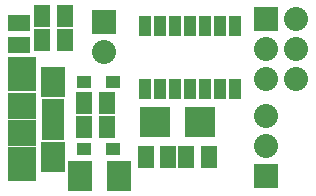
<source format=gts>
G04 (created by PCBNEW-RS274X (2012-apr-16-27)-stable) date Sun 19 Jan 2014 08:01:09 PM CET*
G01*
G70*
G90*
%MOIN*%
G04 Gerber Fmt 3.4, Leading zero omitted, Abs format*
%FSLAX34Y34*%
G04 APERTURE LIST*
%ADD10C,0.006000*%
%ADD11R,0.080000X0.100000*%
%ADD12R,0.080000X0.080000*%
%ADD13C,0.080000*%
%ADD14R,0.051500X0.043600*%
%ADD15R,0.040000X0.065000*%
%ADD16R,0.075000X0.055000*%
%ADD17R,0.055000X0.075000*%
%ADD18R,0.073100X0.035700*%
%ADD19R,0.079100X0.102700*%
%ADD20R,0.094800X0.114500*%
%ADD21R,0.094800X0.090900*%
%ADD22R,0.102700X0.102700*%
G04 APERTURE END LIST*
G54D10*
G54D11*
X25750Y-30950D03*
X27050Y-30950D03*
G54D12*
X31950Y-30950D03*
G54D13*
X31950Y-29950D03*
X31950Y-28950D03*
G54D14*
X25858Y-27800D03*
X26842Y-27800D03*
X25858Y-30050D03*
X26842Y-30050D03*
G54D15*
X27900Y-28050D03*
X28400Y-28050D03*
X28900Y-28050D03*
X29400Y-28050D03*
X29900Y-28050D03*
X30400Y-28050D03*
X30900Y-28050D03*
X30900Y-25950D03*
X30400Y-25950D03*
X29900Y-25950D03*
X29400Y-25950D03*
X28900Y-25950D03*
X28400Y-25950D03*
X27900Y-25950D03*
G54D16*
X23700Y-25825D03*
X23700Y-26575D03*
G54D17*
X25225Y-26400D03*
X24475Y-26400D03*
X25225Y-25600D03*
X24475Y-25600D03*
G54D12*
X31950Y-25700D03*
G54D13*
X32950Y-25700D03*
X31950Y-26700D03*
X32950Y-26700D03*
X31950Y-27700D03*
X32950Y-27700D03*
G54D12*
X26550Y-25800D03*
G54D13*
X26550Y-26800D03*
G54D17*
X29275Y-30300D03*
X30025Y-30300D03*
X28675Y-30300D03*
X27925Y-30300D03*
X26625Y-29300D03*
X25875Y-29300D03*
X26625Y-28500D03*
X25875Y-28500D03*
G54D18*
X24850Y-29050D03*
X24850Y-28794D03*
X24850Y-29306D03*
X24850Y-28538D03*
X24850Y-29562D03*
G54D19*
X24850Y-27790D03*
X24850Y-30310D03*
G54D20*
X23807Y-27554D03*
X23807Y-30546D03*
G54D21*
X23807Y-28597D03*
X23807Y-29503D03*
G54D22*
X29750Y-29150D03*
X28250Y-29150D03*
M02*

</source>
